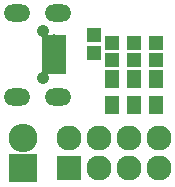
<source format=gbr>
G04 #@! TF.GenerationSoftware,KiCad,Pcbnew,no-vcs-found-7664~57~ubuntu16.10.1*
G04 #@! TF.CreationDate,2017-02-22T20:41:29+01:00*
G04 #@! TF.ProjectId,MysX2USB,4D797358325553422E6B696361645F70,rev?*
G04 #@! TF.FileFunction,Soldermask,Top*
G04 #@! TF.FilePolarity,Negative*
%FSLAX46Y46*%
G04 Gerber Fmt 4.6, Leading zero omitted, Abs format (unit mm)*
G04 Created by KiCad (PCBNEW no-vcs-found-7664~57~ubuntu16.10.1) date Wed Feb 22 20:41:29 2017*
%MOMM*%
%LPD*%
G01*
G04 APERTURE LIST*
%ADD10C,0.100000*%
%ADD11R,2.100000X0.800000*%
%ADD12C,0.800000*%
%ADD13O,2.250000X1.450000*%
%ADD14C,1.050000*%
%ADD15R,1.150000X1.200000*%
%ADD16R,1.197560X1.197560*%
%ADD17R,2.432000X2.432000*%
%ADD18O,2.432000X2.432000*%
%ADD19R,2.127200X2.127200*%
%ADD20O,2.127200X2.127200*%
%ADD21R,1.300000X1.600000*%
G04 APERTURE END LIST*
D10*
D11*
X118348400Y-115602000D03*
X118348400Y-116252000D03*
X118348400Y-114952000D03*
D12*
X118348400Y-114302000D03*
D10*
G36*
X117298400Y-113902000D02*
X119398400Y-113902000D01*
X119398400Y-114702000D01*
X117298400Y-114702000D01*
X117298400Y-113902000D01*
X117298400Y-113902000D01*
G37*
D11*
X118348400Y-116902000D03*
D13*
X115248400Y-112027000D03*
X115248400Y-119177000D03*
X118698400Y-112027000D03*
X118698400Y-119177000D03*
D14*
X117373400Y-113602000D03*
X117373400Y-117602000D03*
D15*
X121742200Y-113919000D03*
X121742200Y-115419000D03*
D16*
X125095000Y-116078000D03*
X125095000Y-114579400D03*
X126949200Y-116065300D03*
X126949200Y-114566700D03*
D17*
X115747800Y-125196600D03*
D18*
X115747800Y-122656600D03*
D19*
X119583200Y-125196600D03*
D20*
X119583200Y-122656600D03*
X122123200Y-125196600D03*
X122123200Y-122656600D03*
X124663200Y-125196600D03*
X124663200Y-122656600D03*
X127203200Y-125196600D03*
X127203200Y-122656600D03*
D16*
X123240800Y-116078000D03*
X123240800Y-114579400D03*
D21*
X123240800Y-119862600D03*
X123240800Y-117662600D03*
X125095000Y-119862600D03*
X125095000Y-117662600D03*
X126949200Y-119862600D03*
X126949200Y-117662600D03*
M02*

</source>
